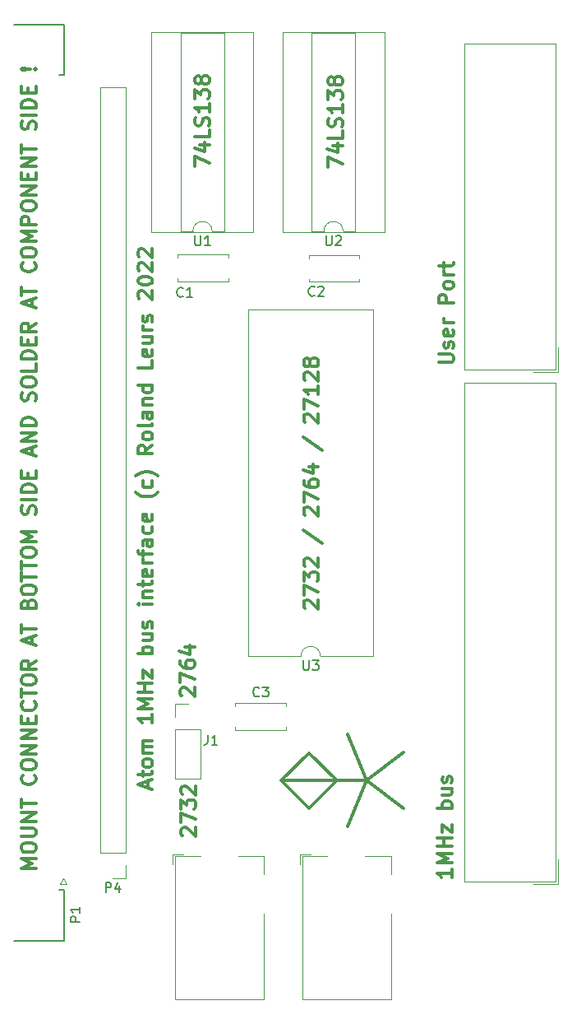
<source format=gbr>
G04 #@! TF.GenerationSoftware,KiCad,Pcbnew,(5.1.2-1)-1*
G04 #@! TF.CreationDate,2022-02-01T20:28:38+01:00*
G04 #@! TF.ProjectId,AtomIOExt,41746f6d-494f-4457-9874-2e6b69636164,1.0*
G04 #@! TF.SameCoordinates,Original*
G04 #@! TF.FileFunction,Legend,Top*
G04 #@! TF.FilePolarity,Positive*
%FSLAX46Y46*%
G04 Gerber Fmt 4.6, Leading zero omitted, Abs format (unit mm)*
G04 Created by KiCad (PCBNEW (5.1.2-1)-1) date 2022-02-01 20:28:38*
%MOMM*%
%LPD*%
G04 APERTURE LIST*
%ADD10C,0.300000*%
%ADD11C,0.120000*%
%ADD12C,0.150000*%
G04 APERTURE END LIST*
D10*
X85450000Y-138814285D02*
X85450000Y-138100000D01*
X85878571Y-138957142D02*
X84378571Y-138457142D01*
X85878571Y-137957142D01*
X84878571Y-137671428D02*
X84878571Y-137100000D01*
X84378571Y-137457142D02*
X85664285Y-137457142D01*
X85807142Y-137385714D01*
X85878571Y-137242857D01*
X85878571Y-137100000D01*
X85878571Y-136385714D02*
X85807142Y-136528571D01*
X85735714Y-136600000D01*
X85592857Y-136671428D01*
X85164285Y-136671428D01*
X85021428Y-136600000D01*
X84950000Y-136528571D01*
X84878571Y-136385714D01*
X84878571Y-136171428D01*
X84950000Y-136028571D01*
X85021428Y-135957142D01*
X85164285Y-135885714D01*
X85592857Y-135885714D01*
X85735714Y-135957142D01*
X85807142Y-136028571D01*
X85878571Y-136171428D01*
X85878571Y-136385714D01*
X85878571Y-135242857D02*
X84878571Y-135242857D01*
X85021428Y-135242857D02*
X84950000Y-135171428D01*
X84878571Y-135028571D01*
X84878571Y-134814285D01*
X84950000Y-134671428D01*
X85092857Y-134600000D01*
X85878571Y-134600000D01*
X85092857Y-134600000D02*
X84950000Y-134528571D01*
X84878571Y-134385714D01*
X84878571Y-134171428D01*
X84950000Y-134028571D01*
X85092857Y-133957142D01*
X85878571Y-133957142D01*
X85878571Y-131314285D02*
X85878571Y-132171428D01*
X85878571Y-131742857D02*
X84378571Y-131742857D01*
X84592857Y-131885714D01*
X84735714Y-132028571D01*
X84807142Y-132171428D01*
X85878571Y-130671428D02*
X84378571Y-130671428D01*
X85450000Y-130171428D01*
X84378571Y-129671428D01*
X85878571Y-129671428D01*
X85878571Y-128957142D02*
X84378571Y-128957142D01*
X85092857Y-128957142D02*
X85092857Y-128100000D01*
X85878571Y-128100000D02*
X84378571Y-128100000D01*
X84878571Y-127528571D02*
X84878571Y-126742857D01*
X85878571Y-127528571D01*
X85878571Y-126742857D01*
X85878571Y-125028571D02*
X84378571Y-125028571D01*
X84950000Y-125028571D02*
X84878571Y-124885714D01*
X84878571Y-124600000D01*
X84950000Y-124457142D01*
X85021428Y-124385714D01*
X85164285Y-124314285D01*
X85592857Y-124314285D01*
X85735714Y-124385714D01*
X85807142Y-124457142D01*
X85878571Y-124600000D01*
X85878571Y-124885714D01*
X85807142Y-125028571D01*
X84878571Y-123028571D02*
X85878571Y-123028571D01*
X84878571Y-123671428D02*
X85664285Y-123671428D01*
X85807142Y-123600000D01*
X85878571Y-123457142D01*
X85878571Y-123242857D01*
X85807142Y-123100000D01*
X85735714Y-123028571D01*
X85807142Y-122385714D02*
X85878571Y-122242857D01*
X85878571Y-121957142D01*
X85807142Y-121814285D01*
X85664285Y-121742857D01*
X85592857Y-121742857D01*
X85450000Y-121814285D01*
X85378571Y-121957142D01*
X85378571Y-122171428D01*
X85307142Y-122314285D01*
X85164285Y-122385714D01*
X85092857Y-122385714D01*
X84950000Y-122314285D01*
X84878571Y-122171428D01*
X84878571Y-121957142D01*
X84950000Y-121814285D01*
X85878571Y-119957142D02*
X84878571Y-119957142D01*
X84378571Y-119957142D02*
X84450000Y-120028571D01*
X84521428Y-119957142D01*
X84450000Y-119885714D01*
X84378571Y-119957142D01*
X84521428Y-119957142D01*
X84878571Y-119242857D02*
X85878571Y-119242857D01*
X85021428Y-119242857D02*
X84950000Y-119171428D01*
X84878571Y-119028571D01*
X84878571Y-118814285D01*
X84950000Y-118671428D01*
X85092857Y-118600000D01*
X85878571Y-118600000D01*
X84878571Y-118100000D02*
X84878571Y-117528571D01*
X84378571Y-117885714D02*
X85664285Y-117885714D01*
X85807142Y-117814285D01*
X85878571Y-117671428D01*
X85878571Y-117528571D01*
X85807142Y-116457142D02*
X85878571Y-116600000D01*
X85878571Y-116885714D01*
X85807142Y-117028571D01*
X85664285Y-117100000D01*
X85092857Y-117100000D01*
X84950000Y-117028571D01*
X84878571Y-116885714D01*
X84878571Y-116600000D01*
X84950000Y-116457142D01*
X85092857Y-116385714D01*
X85235714Y-116385714D01*
X85378571Y-117100000D01*
X85878571Y-115742857D02*
X84878571Y-115742857D01*
X85164285Y-115742857D02*
X85021428Y-115671428D01*
X84950000Y-115600000D01*
X84878571Y-115457142D01*
X84878571Y-115314285D01*
X84878571Y-115028571D02*
X84878571Y-114457142D01*
X85878571Y-114814285D02*
X84592857Y-114814285D01*
X84450000Y-114742857D01*
X84378571Y-114600000D01*
X84378571Y-114457142D01*
X85878571Y-113314285D02*
X85092857Y-113314285D01*
X84950000Y-113385714D01*
X84878571Y-113528571D01*
X84878571Y-113814285D01*
X84950000Y-113957142D01*
X85807142Y-113314285D02*
X85878571Y-113457142D01*
X85878571Y-113814285D01*
X85807142Y-113957142D01*
X85664285Y-114028571D01*
X85521428Y-114028571D01*
X85378571Y-113957142D01*
X85307142Y-113814285D01*
X85307142Y-113457142D01*
X85235714Y-113314285D01*
X85807142Y-111957142D02*
X85878571Y-112100000D01*
X85878571Y-112385714D01*
X85807142Y-112528571D01*
X85735714Y-112600000D01*
X85592857Y-112671428D01*
X85164285Y-112671428D01*
X85021428Y-112600000D01*
X84950000Y-112528571D01*
X84878571Y-112385714D01*
X84878571Y-112100000D01*
X84950000Y-111957142D01*
X85807142Y-110742857D02*
X85878571Y-110885714D01*
X85878571Y-111171428D01*
X85807142Y-111314285D01*
X85664285Y-111385714D01*
X85092857Y-111385714D01*
X84950000Y-111314285D01*
X84878571Y-111171428D01*
X84878571Y-110885714D01*
X84950000Y-110742857D01*
X85092857Y-110671428D01*
X85235714Y-110671428D01*
X85378571Y-111385714D01*
X86450000Y-108457142D02*
X86378571Y-108528571D01*
X86164285Y-108671428D01*
X86021428Y-108742857D01*
X85807142Y-108814285D01*
X85450000Y-108885714D01*
X85164285Y-108885714D01*
X84807142Y-108814285D01*
X84592857Y-108742857D01*
X84450000Y-108671428D01*
X84235714Y-108528571D01*
X84164285Y-108457142D01*
X85807142Y-107242857D02*
X85878571Y-107385714D01*
X85878571Y-107671428D01*
X85807142Y-107814285D01*
X85735714Y-107885714D01*
X85592857Y-107957142D01*
X85164285Y-107957142D01*
X85021428Y-107885714D01*
X84950000Y-107814285D01*
X84878571Y-107671428D01*
X84878571Y-107385714D01*
X84950000Y-107242857D01*
X86450000Y-106742857D02*
X86378571Y-106671428D01*
X86164285Y-106528571D01*
X86021428Y-106457142D01*
X85807142Y-106385714D01*
X85450000Y-106314285D01*
X85164285Y-106314285D01*
X84807142Y-106385714D01*
X84592857Y-106457142D01*
X84450000Y-106528571D01*
X84235714Y-106671428D01*
X84164285Y-106742857D01*
X85878571Y-103600000D02*
X85164285Y-104100000D01*
X85878571Y-104457142D02*
X84378571Y-104457142D01*
X84378571Y-103885714D01*
X84450000Y-103742857D01*
X84521428Y-103671428D01*
X84664285Y-103600000D01*
X84878571Y-103600000D01*
X85021428Y-103671428D01*
X85092857Y-103742857D01*
X85164285Y-103885714D01*
X85164285Y-104457142D01*
X85878571Y-102742857D02*
X85807142Y-102885714D01*
X85735714Y-102957142D01*
X85592857Y-103028571D01*
X85164285Y-103028571D01*
X85021428Y-102957142D01*
X84950000Y-102885714D01*
X84878571Y-102742857D01*
X84878571Y-102528571D01*
X84950000Y-102385714D01*
X85021428Y-102314285D01*
X85164285Y-102242857D01*
X85592857Y-102242857D01*
X85735714Y-102314285D01*
X85807142Y-102385714D01*
X85878571Y-102528571D01*
X85878571Y-102742857D01*
X85878571Y-101385714D02*
X85807142Y-101528571D01*
X85664285Y-101600000D01*
X84378571Y-101600000D01*
X85878571Y-100171428D02*
X85092857Y-100171428D01*
X84950000Y-100242857D01*
X84878571Y-100385714D01*
X84878571Y-100671428D01*
X84950000Y-100814285D01*
X85807142Y-100171428D02*
X85878571Y-100314285D01*
X85878571Y-100671428D01*
X85807142Y-100814285D01*
X85664285Y-100885714D01*
X85521428Y-100885714D01*
X85378571Y-100814285D01*
X85307142Y-100671428D01*
X85307142Y-100314285D01*
X85235714Y-100171428D01*
X84878571Y-99457142D02*
X85878571Y-99457142D01*
X85021428Y-99457142D02*
X84950000Y-99385714D01*
X84878571Y-99242857D01*
X84878571Y-99028571D01*
X84950000Y-98885714D01*
X85092857Y-98814285D01*
X85878571Y-98814285D01*
X85878571Y-97457142D02*
X84378571Y-97457142D01*
X85807142Y-97457142D02*
X85878571Y-97600000D01*
X85878571Y-97885714D01*
X85807142Y-98028571D01*
X85735714Y-98100000D01*
X85592857Y-98171428D01*
X85164285Y-98171428D01*
X85021428Y-98100000D01*
X84950000Y-98028571D01*
X84878571Y-97885714D01*
X84878571Y-97600000D01*
X84950000Y-97457142D01*
X85878571Y-94885714D02*
X85878571Y-95600000D01*
X84378571Y-95600000D01*
X85807142Y-93814285D02*
X85878571Y-93957142D01*
X85878571Y-94242857D01*
X85807142Y-94385714D01*
X85664285Y-94457142D01*
X85092857Y-94457142D01*
X84950000Y-94385714D01*
X84878571Y-94242857D01*
X84878571Y-93957142D01*
X84950000Y-93814285D01*
X85092857Y-93742857D01*
X85235714Y-93742857D01*
X85378571Y-94457142D01*
X84878571Y-92457142D02*
X85878571Y-92457142D01*
X84878571Y-93100000D02*
X85664285Y-93100000D01*
X85807142Y-93028571D01*
X85878571Y-92885714D01*
X85878571Y-92671428D01*
X85807142Y-92528571D01*
X85735714Y-92457142D01*
X85878571Y-91742857D02*
X84878571Y-91742857D01*
X85164285Y-91742857D02*
X85021428Y-91671428D01*
X84950000Y-91600000D01*
X84878571Y-91457142D01*
X84878571Y-91314285D01*
X85807142Y-90885714D02*
X85878571Y-90742857D01*
X85878571Y-90457142D01*
X85807142Y-90314285D01*
X85664285Y-90242857D01*
X85592857Y-90242857D01*
X85450000Y-90314285D01*
X85378571Y-90457142D01*
X85378571Y-90671428D01*
X85307142Y-90814285D01*
X85164285Y-90885714D01*
X85092857Y-90885714D01*
X84950000Y-90814285D01*
X84878571Y-90671428D01*
X84878571Y-90457142D01*
X84950000Y-90314285D01*
X84521428Y-88528571D02*
X84450000Y-88457142D01*
X84378571Y-88314285D01*
X84378571Y-87957142D01*
X84450000Y-87814285D01*
X84521428Y-87742857D01*
X84664285Y-87671428D01*
X84807142Y-87671428D01*
X85021428Y-87742857D01*
X85878571Y-88600000D01*
X85878571Y-87671428D01*
X84378571Y-86742857D02*
X84378571Y-86600000D01*
X84450000Y-86457142D01*
X84521428Y-86385714D01*
X84664285Y-86314285D01*
X84950000Y-86242857D01*
X85307142Y-86242857D01*
X85592857Y-86314285D01*
X85735714Y-86385714D01*
X85807142Y-86457142D01*
X85878571Y-86600000D01*
X85878571Y-86742857D01*
X85807142Y-86885714D01*
X85735714Y-86957142D01*
X85592857Y-87028571D01*
X85307142Y-87100000D01*
X84950000Y-87100000D01*
X84664285Y-87028571D01*
X84521428Y-86957142D01*
X84450000Y-86885714D01*
X84378571Y-86742857D01*
X84521428Y-85671428D02*
X84450000Y-85600000D01*
X84378571Y-85457142D01*
X84378571Y-85100000D01*
X84450000Y-84957142D01*
X84521428Y-84885714D01*
X84664285Y-84814285D01*
X84807142Y-84814285D01*
X85021428Y-84885714D01*
X85878571Y-85742857D01*
X85878571Y-84814285D01*
X84521428Y-84242857D02*
X84450000Y-84171428D01*
X84378571Y-84028571D01*
X84378571Y-83671428D01*
X84450000Y-83528571D01*
X84521428Y-83457142D01*
X84664285Y-83385714D01*
X84807142Y-83385714D01*
X85021428Y-83457142D01*
X85878571Y-84314285D01*
X85878571Y-83385714D01*
X99178571Y-138100000D02*
X102035714Y-135242857D01*
X104892857Y-138100000D01*
X102035714Y-140957142D01*
X99178571Y-138100000D01*
X104892857Y-138100000D01*
X103147619Y-138050000D02*
X107909523Y-138050000D01*
X106004761Y-142811904D02*
X107909523Y-138050000D01*
X106004761Y-133288095D01*
X111719047Y-140907142D02*
X107909523Y-138050000D01*
X111719047Y-135192857D01*
X115378571Y-95085714D02*
X116592857Y-95085714D01*
X116735714Y-95014285D01*
X116807142Y-94942857D01*
X116878571Y-94800000D01*
X116878571Y-94514285D01*
X116807142Y-94371428D01*
X116735714Y-94300000D01*
X116592857Y-94228571D01*
X115378571Y-94228571D01*
X116807142Y-93585714D02*
X116878571Y-93442857D01*
X116878571Y-93157142D01*
X116807142Y-93014285D01*
X116664285Y-92942857D01*
X116592857Y-92942857D01*
X116450000Y-93014285D01*
X116378571Y-93157142D01*
X116378571Y-93371428D01*
X116307142Y-93514285D01*
X116164285Y-93585714D01*
X116092857Y-93585714D01*
X115950000Y-93514285D01*
X115878571Y-93371428D01*
X115878571Y-93157142D01*
X115950000Y-93014285D01*
X116807142Y-91728571D02*
X116878571Y-91871428D01*
X116878571Y-92157142D01*
X116807142Y-92300000D01*
X116664285Y-92371428D01*
X116092857Y-92371428D01*
X115950000Y-92300000D01*
X115878571Y-92157142D01*
X115878571Y-91871428D01*
X115950000Y-91728571D01*
X116092857Y-91657142D01*
X116235714Y-91657142D01*
X116378571Y-92371428D01*
X116878571Y-91014285D02*
X115878571Y-91014285D01*
X116164285Y-91014285D02*
X116021428Y-90942857D01*
X115950000Y-90871428D01*
X115878571Y-90728571D01*
X115878571Y-90585714D01*
X116878571Y-88942857D02*
X115378571Y-88942857D01*
X115378571Y-88371428D01*
X115450000Y-88228571D01*
X115521428Y-88157142D01*
X115664285Y-88085714D01*
X115878571Y-88085714D01*
X116021428Y-88157142D01*
X116092857Y-88228571D01*
X116164285Y-88371428D01*
X116164285Y-88942857D01*
X116878571Y-87228571D02*
X116807142Y-87371428D01*
X116735714Y-87442857D01*
X116592857Y-87514285D01*
X116164285Y-87514285D01*
X116021428Y-87442857D01*
X115950000Y-87371428D01*
X115878571Y-87228571D01*
X115878571Y-87014285D01*
X115950000Y-86871428D01*
X116021428Y-86800000D01*
X116164285Y-86728571D01*
X116592857Y-86728571D01*
X116735714Y-86800000D01*
X116807142Y-86871428D01*
X116878571Y-87014285D01*
X116878571Y-87228571D01*
X116878571Y-86085714D02*
X115878571Y-86085714D01*
X116164285Y-86085714D02*
X116021428Y-86014285D01*
X115950000Y-85942857D01*
X115878571Y-85800000D01*
X115878571Y-85657142D01*
X115878571Y-85371428D02*
X115878571Y-84800000D01*
X115378571Y-85157142D02*
X116664285Y-85157142D01*
X116807142Y-85085714D01*
X116878571Y-84942857D01*
X116878571Y-84800000D01*
X116728571Y-147207142D02*
X116728571Y-148064285D01*
X116728571Y-147635714D02*
X115228571Y-147635714D01*
X115442857Y-147778571D01*
X115585714Y-147921428D01*
X115657142Y-148064285D01*
X116728571Y-146564285D02*
X115228571Y-146564285D01*
X116300000Y-146064285D01*
X115228571Y-145564285D01*
X116728571Y-145564285D01*
X116728571Y-144850000D02*
X115228571Y-144850000D01*
X115942857Y-144850000D02*
X115942857Y-143992857D01*
X116728571Y-143992857D02*
X115228571Y-143992857D01*
X115728571Y-143421428D02*
X115728571Y-142635714D01*
X116728571Y-143421428D01*
X116728571Y-142635714D01*
X116728571Y-140921428D02*
X115228571Y-140921428D01*
X115800000Y-140921428D02*
X115728571Y-140778571D01*
X115728571Y-140492857D01*
X115800000Y-140350000D01*
X115871428Y-140278571D01*
X116014285Y-140207142D01*
X116442857Y-140207142D01*
X116585714Y-140278571D01*
X116657142Y-140350000D01*
X116728571Y-140492857D01*
X116728571Y-140778571D01*
X116657142Y-140921428D01*
X115728571Y-138921428D02*
X116728571Y-138921428D01*
X115728571Y-139564285D02*
X116514285Y-139564285D01*
X116657142Y-139492857D01*
X116728571Y-139350000D01*
X116728571Y-139135714D01*
X116657142Y-138992857D01*
X116585714Y-138921428D01*
X116657142Y-138278571D02*
X116728571Y-138135714D01*
X116728571Y-137850000D01*
X116657142Y-137707142D01*
X116514285Y-137635714D01*
X116442857Y-137635714D01*
X116300000Y-137707142D01*
X116228571Y-137850000D01*
X116228571Y-138064285D01*
X116157142Y-138207142D01*
X116014285Y-138278571D01*
X115942857Y-138278571D01*
X115800000Y-138207142D01*
X115728571Y-138064285D01*
X115728571Y-137850000D01*
X115800000Y-137707142D01*
X101621428Y-120357142D02*
X101550000Y-120285714D01*
X101478571Y-120142857D01*
X101478571Y-119785714D01*
X101550000Y-119642857D01*
X101621428Y-119571428D01*
X101764285Y-119500000D01*
X101907142Y-119500000D01*
X102121428Y-119571428D01*
X102978571Y-120428571D01*
X102978571Y-119500000D01*
X101478571Y-119000000D02*
X101478571Y-118000000D01*
X102978571Y-118642857D01*
X101478571Y-117571428D02*
X101478571Y-116642857D01*
X102050000Y-117142857D01*
X102050000Y-116928571D01*
X102121428Y-116785714D01*
X102192857Y-116714285D01*
X102335714Y-116642857D01*
X102692857Y-116642857D01*
X102835714Y-116714285D01*
X102907142Y-116785714D01*
X102978571Y-116928571D01*
X102978571Y-117357142D01*
X102907142Y-117500000D01*
X102835714Y-117571428D01*
X101621428Y-116071428D02*
X101550000Y-116000000D01*
X101478571Y-115857142D01*
X101478571Y-115500000D01*
X101550000Y-115357142D01*
X101621428Y-115285714D01*
X101764285Y-115214285D01*
X101907142Y-115214285D01*
X102121428Y-115285714D01*
X102978571Y-116142857D01*
X102978571Y-115214285D01*
X101407142Y-112357142D02*
X103335714Y-113642857D01*
X101621428Y-110785714D02*
X101550000Y-110714285D01*
X101478571Y-110571428D01*
X101478571Y-110214285D01*
X101550000Y-110071428D01*
X101621428Y-110000000D01*
X101764285Y-109928571D01*
X101907142Y-109928571D01*
X102121428Y-110000000D01*
X102978571Y-110857142D01*
X102978571Y-109928571D01*
X101478571Y-109428571D02*
X101478571Y-108428571D01*
X102978571Y-109071428D01*
X101478571Y-107214285D02*
X101478571Y-107500000D01*
X101550000Y-107642857D01*
X101621428Y-107714285D01*
X101835714Y-107857142D01*
X102121428Y-107928571D01*
X102692857Y-107928571D01*
X102835714Y-107857142D01*
X102907142Y-107785714D01*
X102978571Y-107642857D01*
X102978571Y-107357142D01*
X102907142Y-107214285D01*
X102835714Y-107142857D01*
X102692857Y-107071428D01*
X102335714Y-107071428D01*
X102192857Y-107142857D01*
X102121428Y-107214285D01*
X102050000Y-107357142D01*
X102050000Y-107642857D01*
X102121428Y-107785714D01*
X102192857Y-107857142D01*
X102335714Y-107928571D01*
X101978571Y-105785714D02*
X102978571Y-105785714D01*
X101407142Y-106142857D02*
X102478571Y-106500000D01*
X102478571Y-105571428D01*
X101407142Y-102785714D02*
X103335714Y-104071428D01*
X101621428Y-101214285D02*
X101550000Y-101142857D01*
X101478571Y-101000000D01*
X101478571Y-100642857D01*
X101550000Y-100500000D01*
X101621428Y-100428571D01*
X101764285Y-100357142D01*
X101907142Y-100357142D01*
X102121428Y-100428571D01*
X102978571Y-101285714D01*
X102978571Y-100357142D01*
X101478571Y-99857142D02*
X101478571Y-98857142D01*
X102978571Y-99500000D01*
X102978571Y-97500000D02*
X102978571Y-98357142D01*
X102978571Y-97928571D02*
X101478571Y-97928571D01*
X101692857Y-98071428D01*
X101835714Y-98214285D01*
X101907142Y-98357142D01*
X101621428Y-96928571D02*
X101550000Y-96857142D01*
X101478571Y-96714285D01*
X101478571Y-96357142D01*
X101550000Y-96214285D01*
X101621428Y-96142857D01*
X101764285Y-96071428D01*
X101907142Y-96071428D01*
X102121428Y-96142857D01*
X102978571Y-97000000D01*
X102978571Y-96071428D01*
X102121428Y-95214285D02*
X102050000Y-95357142D01*
X101978571Y-95428571D01*
X101835714Y-95500000D01*
X101764285Y-95500000D01*
X101621428Y-95428571D01*
X101550000Y-95357142D01*
X101478571Y-95214285D01*
X101478571Y-94928571D01*
X101550000Y-94785714D01*
X101621428Y-94714285D01*
X101764285Y-94642857D01*
X101835714Y-94642857D01*
X101978571Y-94714285D01*
X102050000Y-94785714D01*
X102121428Y-94928571D01*
X102121428Y-95214285D01*
X102192857Y-95357142D01*
X102264285Y-95428571D01*
X102407142Y-95500000D01*
X102692857Y-95500000D01*
X102835714Y-95428571D01*
X102907142Y-95357142D01*
X102978571Y-95214285D01*
X102978571Y-94928571D01*
X102907142Y-94785714D01*
X102835714Y-94714285D01*
X102692857Y-94642857D01*
X102407142Y-94642857D01*
X102264285Y-94714285D01*
X102192857Y-94785714D01*
X102121428Y-94928571D01*
X103978571Y-74978571D02*
X103978571Y-73978571D01*
X105478571Y-74621428D01*
X104478571Y-72764285D02*
X105478571Y-72764285D01*
X103907142Y-73121428D02*
X104978571Y-73478571D01*
X104978571Y-72550000D01*
X105478571Y-71264285D02*
X105478571Y-71978571D01*
X103978571Y-71978571D01*
X105407142Y-70835714D02*
X105478571Y-70621428D01*
X105478571Y-70264285D01*
X105407142Y-70121428D01*
X105335714Y-70050000D01*
X105192857Y-69978571D01*
X105050000Y-69978571D01*
X104907142Y-70050000D01*
X104835714Y-70121428D01*
X104764285Y-70264285D01*
X104692857Y-70550000D01*
X104621428Y-70692857D01*
X104550000Y-70764285D01*
X104407142Y-70835714D01*
X104264285Y-70835714D01*
X104121428Y-70764285D01*
X104050000Y-70692857D01*
X103978571Y-70550000D01*
X103978571Y-70192857D01*
X104050000Y-69978571D01*
X105478571Y-68550000D02*
X105478571Y-69407142D01*
X105478571Y-68978571D02*
X103978571Y-68978571D01*
X104192857Y-69121428D01*
X104335714Y-69264285D01*
X104407142Y-69407142D01*
X103978571Y-68050000D02*
X103978571Y-67121428D01*
X104550000Y-67621428D01*
X104550000Y-67407142D01*
X104621428Y-67264285D01*
X104692857Y-67192857D01*
X104835714Y-67121428D01*
X105192857Y-67121428D01*
X105335714Y-67192857D01*
X105407142Y-67264285D01*
X105478571Y-67407142D01*
X105478571Y-67835714D01*
X105407142Y-67978571D01*
X105335714Y-68050000D01*
X104621428Y-66264285D02*
X104550000Y-66407142D01*
X104478571Y-66478571D01*
X104335714Y-66550000D01*
X104264285Y-66550000D01*
X104121428Y-66478571D01*
X104050000Y-66407142D01*
X103978571Y-66264285D01*
X103978571Y-65978571D01*
X104050000Y-65835714D01*
X104121428Y-65764285D01*
X104264285Y-65692857D01*
X104335714Y-65692857D01*
X104478571Y-65764285D01*
X104550000Y-65835714D01*
X104621428Y-65978571D01*
X104621428Y-66264285D01*
X104692857Y-66407142D01*
X104764285Y-66478571D01*
X104907142Y-66550000D01*
X105192857Y-66550000D01*
X105335714Y-66478571D01*
X105407142Y-66407142D01*
X105478571Y-66264285D01*
X105478571Y-65978571D01*
X105407142Y-65835714D01*
X105335714Y-65764285D01*
X105192857Y-65692857D01*
X104907142Y-65692857D01*
X104764285Y-65764285D01*
X104692857Y-65835714D01*
X104621428Y-65978571D01*
X90278571Y-74878571D02*
X90278571Y-73878571D01*
X91778571Y-74521428D01*
X90778571Y-72664285D02*
X91778571Y-72664285D01*
X90207142Y-73021428D02*
X91278571Y-73378571D01*
X91278571Y-72450000D01*
X91778571Y-71164285D02*
X91778571Y-71878571D01*
X90278571Y-71878571D01*
X91707142Y-70735714D02*
X91778571Y-70521428D01*
X91778571Y-70164285D01*
X91707142Y-70021428D01*
X91635714Y-69950000D01*
X91492857Y-69878571D01*
X91350000Y-69878571D01*
X91207142Y-69950000D01*
X91135714Y-70021428D01*
X91064285Y-70164285D01*
X90992857Y-70450000D01*
X90921428Y-70592857D01*
X90850000Y-70664285D01*
X90707142Y-70735714D01*
X90564285Y-70735714D01*
X90421428Y-70664285D01*
X90350000Y-70592857D01*
X90278571Y-70450000D01*
X90278571Y-70092857D01*
X90350000Y-69878571D01*
X91778571Y-68450000D02*
X91778571Y-69307142D01*
X91778571Y-68878571D02*
X90278571Y-68878571D01*
X90492857Y-69021428D01*
X90635714Y-69164285D01*
X90707142Y-69307142D01*
X90278571Y-67950000D02*
X90278571Y-67021428D01*
X90850000Y-67521428D01*
X90850000Y-67307142D01*
X90921428Y-67164285D01*
X90992857Y-67092857D01*
X91135714Y-67021428D01*
X91492857Y-67021428D01*
X91635714Y-67092857D01*
X91707142Y-67164285D01*
X91778571Y-67307142D01*
X91778571Y-67735714D01*
X91707142Y-67878571D01*
X91635714Y-67950000D01*
X90921428Y-66164285D02*
X90850000Y-66307142D01*
X90778571Y-66378571D01*
X90635714Y-66450000D01*
X90564285Y-66450000D01*
X90421428Y-66378571D01*
X90350000Y-66307142D01*
X90278571Y-66164285D01*
X90278571Y-65878571D01*
X90350000Y-65735714D01*
X90421428Y-65664285D01*
X90564285Y-65592857D01*
X90635714Y-65592857D01*
X90778571Y-65664285D01*
X90850000Y-65735714D01*
X90921428Y-65878571D01*
X90921428Y-66164285D01*
X90992857Y-66307142D01*
X91064285Y-66378571D01*
X91207142Y-66450000D01*
X91492857Y-66450000D01*
X91635714Y-66378571D01*
X91707142Y-66307142D01*
X91778571Y-66164285D01*
X91778571Y-65878571D01*
X91707142Y-65735714D01*
X91635714Y-65664285D01*
X91492857Y-65592857D01*
X91207142Y-65592857D01*
X91064285Y-65664285D01*
X90992857Y-65735714D01*
X90921428Y-65878571D01*
X88871428Y-129371428D02*
X88800000Y-129300000D01*
X88728571Y-129157142D01*
X88728571Y-128800000D01*
X88800000Y-128657142D01*
X88871428Y-128585714D01*
X89014285Y-128514285D01*
X89157142Y-128514285D01*
X89371428Y-128585714D01*
X90228571Y-129442857D01*
X90228571Y-128514285D01*
X88728571Y-128014285D02*
X88728571Y-127014285D01*
X90228571Y-127657142D01*
X88728571Y-125800000D02*
X88728571Y-126085714D01*
X88800000Y-126228571D01*
X88871428Y-126300000D01*
X89085714Y-126442857D01*
X89371428Y-126514285D01*
X89942857Y-126514285D01*
X90085714Y-126442857D01*
X90157142Y-126371428D01*
X90228571Y-126228571D01*
X90228571Y-125942857D01*
X90157142Y-125800000D01*
X90085714Y-125728571D01*
X89942857Y-125657142D01*
X89585714Y-125657142D01*
X89442857Y-125728571D01*
X89371428Y-125800000D01*
X89300000Y-125942857D01*
X89300000Y-126228571D01*
X89371428Y-126371428D01*
X89442857Y-126442857D01*
X89585714Y-126514285D01*
X89228571Y-124371428D02*
X90228571Y-124371428D01*
X88657142Y-124728571D02*
X89728571Y-125085714D01*
X89728571Y-124157142D01*
X88971428Y-143771428D02*
X88900000Y-143700000D01*
X88828571Y-143557142D01*
X88828571Y-143200000D01*
X88900000Y-143057142D01*
X88971428Y-142985714D01*
X89114285Y-142914285D01*
X89257142Y-142914285D01*
X89471428Y-142985714D01*
X90328571Y-143842857D01*
X90328571Y-142914285D01*
X88828571Y-142414285D02*
X88828571Y-141414285D01*
X90328571Y-142057142D01*
X88828571Y-140985714D02*
X88828571Y-140057142D01*
X89400000Y-140557142D01*
X89400000Y-140342857D01*
X89471428Y-140200000D01*
X89542857Y-140128571D01*
X89685714Y-140057142D01*
X90042857Y-140057142D01*
X90185714Y-140128571D01*
X90257142Y-140200000D01*
X90328571Y-140342857D01*
X90328571Y-140771428D01*
X90257142Y-140914285D01*
X90185714Y-140985714D01*
X88971428Y-139485714D02*
X88900000Y-139414285D01*
X88828571Y-139271428D01*
X88828571Y-138914285D01*
X88900000Y-138771428D01*
X88971428Y-138700000D01*
X89114285Y-138628571D01*
X89257142Y-138628571D01*
X89471428Y-138700000D01*
X90328571Y-139557142D01*
X90328571Y-138628571D01*
X73878571Y-147107142D02*
X72378571Y-147107142D01*
X73450000Y-146607142D01*
X72378571Y-146107142D01*
X73878571Y-146107142D01*
X72378571Y-145107142D02*
X72378571Y-144821428D01*
X72450000Y-144678571D01*
X72592857Y-144535714D01*
X72878571Y-144464285D01*
X73378571Y-144464285D01*
X73664285Y-144535714D01*
X73807142Y-144678571D01*
X73878571Y-144821428D01*
X73878571Y-145107142D01*
X73807142Y-145249999D01*
X73664285Y-145392857D01*
X73378571Y-145464285D01*
X72878571Y-145464285D01*
X72592857Y-145392857D01*
X72450000Y-145249999D01*
X72378571Y-145107142D01*
X72378571Y-143821428D02*
X73592857Y-143821428D01*
X73735714Y-143749999D01*
X73807142Y-143678571D01*
X73878571Y-143535714D01*
X73878571Y-143249999D01*
X73807142Y-143107142D01*
X73735714Y-143035714D01*
X73592857Y-142964285D01*
X72378571Y-142964285D01*
X73878571Y-142249999D02*
X72378571Y-142249999D01*
X73878571Y-141392857D01*
X72378571Y-141392857D01*
X72378571Y-140892857D02*
X72378571Y-140035714D01*
X73878571Y-140464285D02*
X72378571Y-140464285D01*
X73735714Y-137535714D02*
X73807142Y-137607142D01*
X73878571Y-137821428D01*
X73878571Y-137964285D01*
X73807142Y-138178571D01*
X73664285Y-138321428D01*
X73521428Y-138392857D01*
X73235714Y-138464285D01*
X73021428Y-138464285D01*
X72735714Y-138392857D01*
X72592857Y-138321428D01*
X72450000Y-138178571D01*
X72378571Y-137964285D01*
X72378571Y-137821428D01*
X72450000Y-137607142D01*
X72521428Y-137535714D01*
X72378571Y-136607142D02*
X72378571Y-136321428D01*
X72450000Y-136178571D01*
X72592857Y-136035714D01*
X72878571Y-135964285D01*
X73378571Y-135964285D01*
X73664285Y-136035714D01*
X73807142Y-136178571D01*
X73878571Y-136321428D01*
X73878571Y-136607142D01*
X73807142Y-136750000D01*
X73664285Y-136892857D01*
X73378571Y-136964285D01*
X72878571Y-136964285D01*
X72592857Y-136892857D01*
X72450000Y-136750000D01*
X72378571Y-136607142D01*
X73878571Y-135321428D02*
X72378571Y-135321428D01*
X73878571Y-134464285D01*
X72378571Y-134464285D01*
X73878571Y-133749999D02*
X72378571Y-133749999D01*
X73878571Y-132892857D01*
X72378571Y-132892857D01*
X73092857Y-132178571D02*
X73092857Y-131678571D01*
X73878571Y-131464285D02*
X73878571Y-132178571D01*
X72378571Y-132178571D01*
X72378571Y-131464285D01*
X73735714Y-129964285D02*
X73807142Y-130035714D01*
X73878571Y-130249999D01*
X73878571Y-130392857D01*
X73807142Y-130607142D01*
X73664285Y-130749999D01*
X73521428Y-130821428D01*
X73235714Y-130892857D01*
X73021428Y-130892857D01*
X72735714Y-130821428D01*
X72592857Y-130749999D01*
X72450000Y-130607142D01*
X72378571Y-130392857D01*
X72378571Y-130249999D01*
X72450000Y-130035714D01*
X72521428Y-129964285D01*
X72378571Y-129535714D02*
X72378571Y-128678571D01*
X73878571Y-129107142D02*
X72378571Y-129107142D01*
X72378571Y-127892857D02*
X72378571Y-127607142D01*
X72450000Y-127464285D01*
X72592857Y-127321428D01*
X72878571Y-127249999D01*
X73378571Y-127249999D01*
X73664285Y-127321428D01*
X73807142Y-127464285D01*
X73878571Y-127607142D01*
X73878571Y-127892857D01*
X73807142Y-128035714D01*
X73664285Y-128178571D01*
X73378571Y-128249999D01*
X72878571Y-128249999D01*
X72592857Y-128178571D01*
X72450000Y-128035714D01*
X72378571Y-127892857D01*
X73878571Y-125749999D02*
X73164285Y-126249999D01*
X73878571Y-126607142D02*
X72378571Y-126607142D01*
X72378571Y-126035714D01*
X72450000Y-125892857D01*
X72521428Y-125821428D01*
X72664285Y-125749999D01*
X72878571Y-125749999D01*
X73021428Y-125821428D01*
X73092857Y-125892857D01*
X73164285Y-126035714D01*
X73164285Y-126607142D01*
X73450000Y-124035714D02*
X73450000Y-123321428D01*
X73878571Y-124178571D02*
X72378571Y-123678571D01*
X73878571Y-123178571D01*
X72378571Y-122892857D02*
X72378571Y-122035714D01*
X73878571Y-122464285D02*
X72378571Y-122464285D01*
X73092857Y-119892857D02*
X73164285Y-119678571D01*
X73235714Y-119607142D01*
X73378571Y-119535714D01*
X73592857Y-119535714D01*
X73735714Y-119607142D01*
X73807142Y-119678571D01*
X73878571Y-119821428D01*
X73878571Y-120392857D01*
X72378571Y-120392857D01*
X72378571Y-119892857D01*
X72450000Y-119749999D01*
X72521428Y-119678571D01*
X72664285Y-119607142D01*
X72807142Y-119607142D01*
X72950000Y-119678571D01*
X73021428Y-119749999D01*
X73092857Y-119892857D01*
X73092857Y-120392857D01*
X72378571Y-118607142D02*
X72378571Y-118321428D01*
X72450000Y-118178571D01*
X72592857Y-118035714D01*
X72878571Y-117964285D01*
X73378571Y-117964285D01*
X73664285Y-118035714D01*
X73807142Y-118178571D01*
X73878571Y-118321428D01*
X73878571Y-118607142D01*
X73807142Y-118749999D01*
X73664285Y-118892857D01*
X73378571Y-118964285D01*
X72878571Y-118964285D01*
X72592857Y-118892857D01*
X72450000Y-118749999D01*
X72378571Y-118607142D01*
X72378571Y-117535714D02*
X72378571Y-116678571D01*
X73878571Y-117107142D02*
X72378571Y-117107142D01*
X72378571Y-116392857D02*
X72378571Y-115535714D01*
X73878571Y-115964285D02*
X72378571Y-115964285D01*
X72378571Y-114749999D02*
X72378571Y-114464285D01*
X72450000Y-114321428D01*
X72592857Y-114178571D01*
X72878571Y-114107142D01*
X73378571Y-114107142D01*
X73664285Y-114178571D01*
X73807142Y-114321428D01*
X73878571Y-114464285D01*
X73878571Y-114749999D01*
X73807142Y-114892857D01*
X73664285Y-115035714D01*
X73378571Y-115107142D01*
X72878571Y-115107142D01*
X72592857Y-115035714D01*
X72450000Y-114892857D01*
X72378571Y-114749999D01*
X73878571Y-113464285D02*
X72378571Y-113464285D01*
X73450000Y-112964285D01*
X72378571Y-112464285D01*
X73878571Y-112464285D01*
X73807142Y-110678571D02*
X73878571Y-110464285D01*
X73878571Y-110107142D01*
X73807142Y-109964285D01*
X73735714Y-109892857D01*
X73592857Y-109821428D01*
X73450000Y-109821428D01*
X73307142Y-109892857D01*
X73235714Y-109964285D01*
X73164285Y-110107142D01*
X73092857Y-110392857D01*
X73021428Y-110535714D01*
X72950000Y-110607142D01*
X72807142Y-110678571D01*
X72664285Y-110678571D01*
X72521428Y-110607142D01*
X72450000Y-110535714D01*
X72378571Y-110392857D01*
X72378571Y-110035714D01*
X72450000Y-109821428D01*
X73878571Y-109178571D02*
X72378571Y-109178571D01*
X73878571Y-108464285D02*
X72378571Y-108464285D01*
X72378571Y-108107142D01*
X72450000Y-107892857D01*
X72592857Y-107749999D01*
X72735714Y-107678571D01*
X73021428Y-107607142D01*
X73235714Y-107607142D01*
X73521428Y-107678571D01*
X73664285Y-107749999D01*
X73807142Y-107892857D01*
X73878571Y-108107142D01*
X73878571Y-108464285D01*
X73092857Y-106964285D02*
X73092857Y-106464285D01*
X73878571Y-106249999D02*
X73878571Y-106964285D01*
X72378571Y-106964285D01*
X72378571Y-106249999D01*
X73450000Y-104535714D02*
X73450000Y-103821428D01*
X73878571Y-104678571D02*
X72378571Y-104178571D01*
X73878571Y-103678571D01*
X73878571Y-103178571D02*
X72378571Y-103178571D01*
X73878571Y-102321428D01*
X72378571Y-102321428D01*
X73878571Y-101607142D02*
X72378571Y-101607142D01*
X72378571Y-101249999D01*
X72450000Y-101035714D01*
X72592857Y-100892857D01*
X72735714Y-100821428D01*
X73021428Y-100749999D01*
X73235714Y-100749999D01*
X73521428Y-100821428D01*
X73664285Y-100892857D01*
X73807142Y-101035714D01*
X73878571Y-101249999D01*
X73878571Y-101607142D01*
X73807142Y-99035714D02*
X73878571Y-98821428D01*
X73878571Y-98464285D01*
X73807142Y-98321428D01*
X73735714Y-98249999D01*
X73592857Y-98178571D01*
X73450000Y-98178571D01*
X73307142Y-98249999D01*
X73235714Y-98321428D01*
X73164285Y-98464285D01*
X73092857Y-98749999D01*
X73021428Y-98892857D01*
X72950000Y-98964285D01*
X72807142Y-99035714D01*
X72664285Y-99035714D01*
X72521428Y-98964285D01*
X72450000Y-98892857D01*
X72378571Y-98749999D01*
X72378571Y-98392857D01*
X72450000Y-98178571D01*
X72378571Y-97250000D02*
X72378571Y-96964285D01*
X72450000Y-96821428D01*
X72592857Y-96678571D01*
X72878571Y-96607142D01*
X73378571Y-96607142D01*
X73664285Y-96678571D01*
X73807142Y-96821428D01*
X73878571Y-96964285D01*
X73878571Y-97250000D01*
X73807142Y-97392857D01*
X73664285Y-97535714D01*
X73378571Y-97607142D01*
X72878571Y-97607142D01*
X72592857Y-97535714D01*
X72450000Y-97392857D01*
X72378571Y-97250000D01*
X73878571Y-95249999D02*
X73878571Y-95964285D01*
X72378571Y-95964285D01*
X73878571Y-94749999D02*
X72378571Y-94749999D01*
X72378571Y-94392857D01*
X72450000Y-94178571D01*
X72592857Y-94035714D01*
X72735714Y-93964285D01*
X73021428Y-93892857D01*
X73235714Y-93892857D01*
X73521428Y-93964285D01*
X73664285Y-94035714D01*
X73807142Y-94178571D01*
X73878571Y-94392857D01*
X73878571Y-94749999D01*
X73092857Y-93249999D02*
X73092857Y-92749999D01*
X73878571Y-92535714D02*
X73878571Y-93249999D01*
X72378571Y-93249999D01*
X72378571Y-92535714D01*
X73878571Y-91035714D02*
X73164285Y-91535714D01*
X73878571Y-91892857D02*
X72378571Y-91892857D01*
X72378571Y-91321428D01*
X72450000Y-91178571D01*
X72521428Y-91107142D01*
X72664285Y-91035714D01*
X72878571Y-91035714D01*
X73021428Y-91107142D01*
X73092857Y-91178571D01*
X73164285Y-91321428D01*
X73164285Y-91892857D01*
X73450000Y-89321428D02*
X73450000Y-88607142D01*
X73878571Y-89464285D02*
X72378571Y-88964285D01*
X73878571Y-88464285D01*
X72378571Y-88178571D02*
X72378571Y-87321428D01*
X73878571Y-87749999D02*
X72378571Y-87749999D01*
X73735714Y-84821428D02*
X73807142Y-84892857D01*
X73878571Y-85107142D01*
X73878571Y-85250000D01*
X73807142Y-85464285D01*
X73664285Y-85607142D01*
X73521428Y-85678571D01*
X73235714Y-85750000D01*
X73021428Y-85750000D01*
X72735714Y-85678571D01*
X72592857Y-85607142D01*
X72450000Y-85464285D01*
X72378571Y-85250000D01*
X72378571Y-85107142D01*
X72450000Y-84892857D01*
X72521428Y-84821428D01*
X72378571Y-83892857D02*
X72378571Y-83607142D01*
X72450000Y-83464285D01*
X72592857Y-83321428D01*
X72878571Y-83250000D01*
X73378571Y-83250000D01*
X73664285Y-83321428D01*
X73807142Y-83464285D01*
X73878571Y-83607142D01*
X73878571Y-83892857D01*
X73807142Y-84035714D01*
X73664285Y-84178571D01*
X73378571Y-84250000D01*
X72878571Y-84250000D01*
X72592857Y-84178571D01*
X72450000Y-84035714D01*
X72378571Y-83892857D01*
X73878571Y-82607142D02*
X72378571Y-82607142D01*
X73450000Y-82107142D01*
X72378571Y-81607142D01*
X73878571Y-81607142D01*
X73878571Y-80892857D02*
X72378571Y-80892857D01*
X72378571Y-80321428D01*
X72450000Y-80178571D01*
X72521428Y-80107142D01*
X72664285Y-80035714D01*
X72878571Y-80035714D01*
X73021428Y-80107142D01*
X73092857Y-80178571D01*
X73164285Y-80321428D01*
X73164285Y-80892857D01*
X72378571Y-79107142D02*
X72378571Y-78821428D01*
X72450000Y-78678571D01*
X72592857Y-78535714D01*
X72878571Y-78464285D01*
X73378571Y-78464285D01*
X73664285Y-78535714D01*
X73807142Y-78678571D01*
X73878571Y-78821428D01*
X73878571Y-79107142D01*
X73807142Y-79250000D01*
X73664285Y-79392857D01*
X73378571Y-79464285D01*
X72878571Y-79464285D01*
X72592857Y-79392857D01*
X72450000Y-79250000D01*
X72378571Y-79107142D01*
X73878571Y-77821428D02*
X72378571Y-77821428D01*
X73878571Y-76964285D01*
X72378571Y-76964285D01*
X73092857Y-76250000D02*
X73092857Y-75750000D01*
X73878571Y-75535714D02*
X73878571Y-76250000D01*
X72378571Y-76250000D01*
X72378571Y-75535714D01*
X73878571Y-74892857D02*
X72378571Y-74892857D01*
X73878571Y-74035714D01*
X72378571Y-74035714D01*
X72378571Y-73535714D02*
X72378571Y-72678571D01*
X73878571Y-73107142D02*
X72378571Y-73107142D01*
X73807142Y-71107142D02*
X73878571Y-70892857D01*
X73878571Y-70535714D01*
X73807142Y-70392857D01*
X73735714Y-70321428D01*
X73592857Y-70250000D01*
X73450000Y-70250000D01*
X73307142Y-70321428D01*
X73235714Y-70392857D01*
X73164285Y-70535714D01*
X73092857Y-70821428D01*
X73021428Y-70964285D01*
X72950000Y-71035714D01*
X72807142Y-71107142D01*
X72664285Y-71107142D01*
X72521428Y-71035714D01*
X72450000Y-70964285D01*
X72378571Y-70821428D01*
X72378571Y-70464285D01*
X72450000Y-70250000D01*
X73878571Y-69607142D02*
X72378571Y-69607142D01*
X73878571Y-68892857D02*
X72378571Y-68892857D01*
X72378571Y-68535714D01*
X72450000Y-68321428D01*
X72592857Y-68178571D01*
X72735714Y-68107142D01*
X73021428Y-68035714D01*
X73235714Y-68035714D01*
X73521428Y-68107142D01*
X73664285Y-68178571D01*
X73807142Y-68321428D01*
X73878571Y-68535714D01*
X73878571Y-68892857D01*
X73092857Y-67392857D02*
X73092857Y-66892857D01*
X73878571Y-66678571D02*
X73878571Y-67392857D01*
X72378571Y-67392857D01*
X72378571Y-66678571D01*
X73735714Y-64892857D02*
X73807142Y-64821428D01*
X73878571Y-64892857D01*
X73807142Y-64964285D01*
X73735714Y-64892857D01*
X73878571Y-64892857D01*
X73307142Y-64892857D02*
X72450000Y-64964285D01*
X72378571Y-64892857D01*
X72450000Y-64821428D01*
X73307142Y-64892857D01*
X72378571Y-64892857D01*
D11*
X83130000Y-148130000D02*
X81800000Y-148130000D01*
X83130000Y-146800000D02*
X83130000Y-148130000D01*
X83130000Y-145530000D02*
X80470000Y-145530000D01*
X80470000Y-145530000D02*
X80470000Y-66730000D01*
X83130000Y-145530000D02*
X83130000Y-66730000D01*
X83130000Y-66730000D02*
X80470000Y-66730000D01*
X127655000Y-148750000D02*
X125115000Y-148750000D01*
X127655000Y-148750000D02*
X127655000Y-146210000D01*
X127405000Y-148500000D02*
X118055000Y-148500000D01*
X127405000Y-97160000D02*
X127405000Y-148500000D01*
X118055000Y-97160000D02*
X127405000Y-97160000D01*
X118055000Y-148500000D02*
X118055000Y-97160000D01*
X127655000Y-96050000D02*
X125115000Y-96050000D01*
X127655000Y-96050000D02*
X127655000Y-93510000D01*
X127405000Y-95800000D02*
X118055000Y-95800000D01*
X127405000Y-62240000D02*
X127405000Y-95800000D01*
X118055000Y-62240000D02*
X127405000Y-62240000D01*
X118055000Y-95800000D02*
X118055000Y-62240000D01*
X95720000Y-125280000D02*
X101180000Y-125280000D01*
X95720000Y-89600000D02*
X95720000Y-125280000D01*
X108640000Y-89600000D02*
X95720000Y-89600000D01*
X108640000Y-125280000D02*
X108640000Y-89600000D01*
X103180000Y-125280000D02*
X108640000Y-125280000D01*
X101180000Y-125280000D02*
G75*
G02X103180000Y-125280000I1000000J0D01*
G01*
X99290000Y-81640000D02*
X109790000Y-81640000D01*
X99290000Y-61080000D02*
X99290000Y-81640000D01*
X109790000Y-61080000D02*
X99290000Y-61080000D01*
X109790000Y-81640000D02*
X109790000Y-61080000D01*
X102290000Y-81580000D02*
X103540000Y-81580000D01*
X102290000Y-61140000D02*
X102290000Y-81580000D01*
X106790000Y-61140000D02*
X102290000Y-61140000D01*
X106790000Y-81580000D02*
X106790000Y-61140000D01*
X105540000Y-81580000D02*
X106790000Y-81580000D01*
X103540000Y-81580000D02*
G75*
G02X105540000Y-81580000I1000000J0D01*
G01*
X85790000Y-81640000D02*
X96290000Y-81640000D01*
X85790000Y-61080000D02*
X85790000Y-81640000D01*
X96290000Y-61080000D02*
X85790000Y-61080000D01*
X96290000Y-81640000D02*
X96290000Y-61080000D01*
X88790000Y-81580000D02*
X90040000Y-81580000D01*
X88790000Y-61140000D02*
X88790000Y-81580000D01*
X93290000Y-61140000D02*
X88790000Y-61140000D01*
X93290000Y-81580000D02*
X93290000Y-61140000D01*
X92040000Y-81580000D02*
X93290000Y-81580000D01*
X90040000Y-81580000D02*
G75*
G02X92040000Y-81580000I1000000J0D01*
G01*
X77000000Y-148750000D02*
X76700000Y-148150000D01*
X76400000Y-148750000D02*
X77000000Y-148750000D01*
X76700000Y-148150000D02*
X76400000Y-148750000D01*
D12*
X76760000Y-60330000D02*
X71660000Y-60330000D01*
X76760000Y-65530000D02*
X76760000Y-60330000D01*
X76260000Y-65530000D02*
X76760000Y-65530000D01*
X76760000Y-154530000D02*
X71660000Y-154530000D01*
X76760000Y-149330000D02*
X76760000Y-154530000D01*
X76260000Y-149330000D02*
X76760000Y-149330000D01*
D11*
X101300000Y-145850000D02*
X103900000Y-145850000D01*
X101300000Y-160550000D02*
X101300000Y-145850000D01*
X110500000Y-145850000D02*
X110500000Y-147750000D01*
X107800000Y-145850000D02*
X110500000Y-145850000D01*
X110500000Y-160550000D02*
X101300000Y-160550000D01*
X110500000Y-151750000D02*
X110500000Y-160550000D01*
X101100000Y-146700000D02*
X101100000Y-145650000D01*
X102150000Y-145650000D02*
X101100000Y-145650000D01*
X88200000Y-145850000D02*
X90800000Y-145850000D01*
X88200000Y-160550000D02*
X88200000Y-145850000D01*
X97400000Y-145850000D02*
X97400000Y-147750000D01*
X94700000Y-145850000D02*
X97400000Y-145850000D01*
X97400000Y-160550000D02*
X88200000Y-160550000D01*
X97400000Y-151750000D02*
X97400000Y-160550000D01*
X88000000Y-146700000D02*
X88000000Y-145650000D01*
X89050000Y-145650000D02*
X88000000Y-145650000D01*
X88220000Y-130170000D02*
X89550000Y-130170000D01*
X88220000Y-131500000D02*
X88220000Y-130170000D01*
X88220000Y-132770000D02*
X90880000Y-132770000D01*
X90880000Y-132770000D02*
X90880000Y-137910000D01*
X88220000Y-132770000D02*
X88220000Y-137910000D01*
X88220000Y-137910000D02*
X90880000Y-137910000D01*
X99670000Y-132555000D02*
X99670000Y-132870000D01*
X99670000Y-130130000D02*
X99670000Y-130445000D01*
X94430000Y-132555000D02*
X94430000Y-132870000D01*
X94430000Y-130130000D02*
X94430000Y-130445000D01*
X94430000Y-132870000D02*
X99670000Y-132870000D01*
X94430000Y-130130000D02*
X99670000Y-130130000D01*
X107220000Y-86455000D02*
X107220000Y-86770000D01*
X107220000Y-84030000D02*
X107220000Y-84345000D01*
X101980000Y-86455000D02*
X101980000Y-86770000D01*
X101980000Y-84030000D02*
X101980000Y-84345000D01*
X101980000Y-86770000D02*
X107220000Y-86770000D01*
X101980000Y-84030000D02*
X107220000Y-84030000D01*
X93720000Y-86405000D02*
X93720000Y-86720000D01*
X93720000Y-83980000D02*
X93720000Y-84295000D01*
X88480000Y-86405000D02*
X88480000Y-86720000D01*
X88480000Y-83980000D02*
X88480000Y-84295000D01*
X88480000Y-86720000D02*
X93720000Y-86720000D01*
X88480000Y-83980000D02*
X93720000Y-83980000D01*
D12*
X81061904Y-149582380D02*
X81061904Y-148582380D01*
X81442857Y-148582380D01*
X81538095Y-148630000D01*
X81585714Y-148677619D01*
X81633333Y-148772857D01*
X81633333Y-148915714D01*
X81585714Y-149010952D01*
X81538095Y-149058571D01*
X81442857Y-149106190D01*
X81061904Y-149106190D01*
X82490476Y-148915714D02*
X82490476Y-149582380D01*
X82252380Y-148534761D02*
X82014285Y-149249047D01*
X82633333Y-149249047D01*
X101418095Y-125732380D02*
X101418095Y-126541904D01*
X101465714Y-126637142D01*
X101513333Y-126684761D01*
X101608571Y-126732380D01*
X101799047Y-126732380D01*
X101894285Y-126684761D01*
X101941904Y-126637142D01*
X101989523Y-126541904D01*
X101989523Y-125732380D01*
X102370476Y-125732380D02*
X102989523Y-125732380D01*
X102656190Y-126113333D01*
X102799047Y-126113333D01*
X102894285Y-126160952D01*
X102941904Y-126208571D01*
X102989523Y-126303809D01*
X102989523Y-126541904D01*
X102941904Y-126637142D01*
X102894285Y-126684761D01*
X102799047Y-126732380D01*
X102513333Y-126732380D01*
X102418095Y-126684761D01*
X102370476Y-126637142D01*
X103778095Y-82032380D02*
X103778095Y-82841904D01*
X103825714Y-82937142D01*
X103873333Y-82984761D01*
X103968571Y-83032380D01*
X104159047Y-83032380D01*
X104254285Y-82984761D01*
X104301904Y-82937142D01*
X104349523Y-82841904D01*
X104349523Y-82032380D01*
X104778095Y-82127619D02*
X104825714Y-82080000D01*
X104920952Y-82032380D01*
X105159047Y-82032380D01*
X105254285Y-82080000D01*
X105301904Y-82127619D01*
X105349523Y-82222857D01*
X105349523Y-82318095D01*
X105301904Y-82460952D01*
X104730476Y-83032380D01*
X105349523Y-83032380D01*
X90278095Y-82032380D02*
X90278095Y-82841904D01*
X90325714Y-82937142D01*
X90373333Y-82984761D01*
X90468571Y-83032380D01*
X90659047Y-83032380D01*
X90754285Y-82984761D01*
X90801904Y-82937142D01*
X90849523Y-82841904D01*
X90849523Y-82032380D01*
X91849523Y-83032380D02*
X91278095Y-83032380D01*
X91563809Y-83032380D02*
X91563809Y-82032380D01*
X91468571Y-82175238D01*
X91373333Y-82270476D01*
X91278095Y-82318095D01*
X78422380Y-152618095D02*
X77422380Y-152618095D01*
X77422380Y-152237142D01*
X77470000Y-152141904D01*
X77517619Y-152094285D01*
X77612857Y-152046666D01*
X77755714Y-152046666D01*
X77850952Y-152094285D01*
X77898571Y-152141904D01*
X77946190Y-152237142D01*
X77946190Y-152618095D01*
X78422380Y-151094285D02*
X78422380Y-151665714D01*
X78422380Y-151380000D02*
X77422380Y-151380000D01*
X77565238Y-151475238D01*
X77660476Y-151570476D01*
X77708095Y-151665714D01*
X91566666Y-133402380D02*
X91566666Y-134116666D01*
X91519047Y-134259523D01*
X91423809Y-134354761D01*
X91280952Y-134402380D01*
X91185714Y-134402380D01*
X92566666Y-134402380D02*
X91995238Y-134402380D01*
X92280952Y-134402380D02*
X92280952Y-133402380D01*
X92185714Y-133545238D01*
X92090476Y-133640476D01*
X91995238Y-133688095D01*
X96883333Y-129357142D02*
X96835714Y-129404761D01*
X96692857Y-129452380D01*
X96597619Y-129452380D01*
X96454761Y-129404761D01*
X96359523Y-129309523D01*
X96311904Y-129214285D01*
X96264285Y-129023809D01*
X96264285Y-128880952D01*
X96311904Y-128690476D01*
X96359523Y-128595238D01*
X96454761Y-128500000D01*
X96597619Y-128452380D01*
X96692857Y-128452380D01*
X96835714Y-128500000D01*
X96883333Y-128547619D01*
X97216666Y-128452380D02*
X97835714Y-128452380D01*
X97502380Y-128833333D01*
X97645238Y-128833333D01*
X97740476Y-128880952D01*
X97788095Y-128928571D01*
X97835714Y-129023809D01*
X97835714Y-129261904D01*
X97788095Y-129357142D01*
X97740476Y-129404761D01*
X97645238Y-129452380D01*
X97359523Y-129452380D01*
X97264285Y-129404761D01*
X97216666Y-129357142D01*
X102583333Y-88157142D02*
X102535714Y-88204761D01*
X102392857Y-88252380D01*
X102297619Y-88252380D01*
X102154761Y-88204761D01*
X102059523Y-88109523D01*
X102011904Y-88014285D01*
X101964285Y-87823809D01*
X101964285Y-87680952D01*
X102011904Y-87490476D01*
X102059523Y-87395238D01*
X102154761Y-87300000D01*
X102297619Y-87252380D01*
X102392857Y-87252380D01*
X102535714Y-87300000D01*
X102583333Y-87347619D01*
X102964285Y-87347619D02*
X103011904Y-87300000D01*
X103107142Y-87252380D01*
X103345238Y-87252380D01*
X103440476Y-87300000D01*
X103488095Y-87347619D01*
X103535714Y-87442857D01*
X103535714Y-87538095D01*
X103488095Y-87680952D01*
X102916666Y-88252380D01*
X103535714Y-88252380D01*
X89033333Y-88257142D02*
X88985714Y-88304761D01*
X88842857Y-88352380D01*
X88747619Y-88352380D01*
X88604761Y-88304761D01*
X88509523Y-88209523D01*
X88461904Y-88114285D01*
X88414285Y-87923809D01*
X88414285Y-87780952D01*
X88461904Y-87590476D01*
X88509523Y-87495238D01*
X88604761Y-87400000D01*
X88747619Y-87352380D01*
X88842857Y-87352380D01*
X88985714Y-87400000D01*
X89033333Y-87447619D01*
X89985714Y-88352380D02*
X89414285Y-88352380D01*
X89700000Y-88352380D02*
X89700000Y-87352380D01*
X89604761Y-87495238D01*
X89509523Y-87590476D01*
X89414285Y-87638095D01*
M02*

</source>
